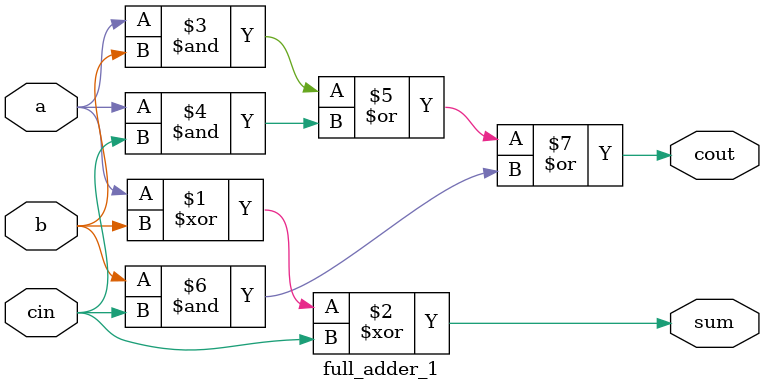
<source format=v>
module full_adder_1 (
	input a, b, cin,
	output sum, cout
);

	assign sum = a ^ b ^ cin;
	assign cout= (a&b) | (a&cin) | (b&cin);

endmodule

</source>
